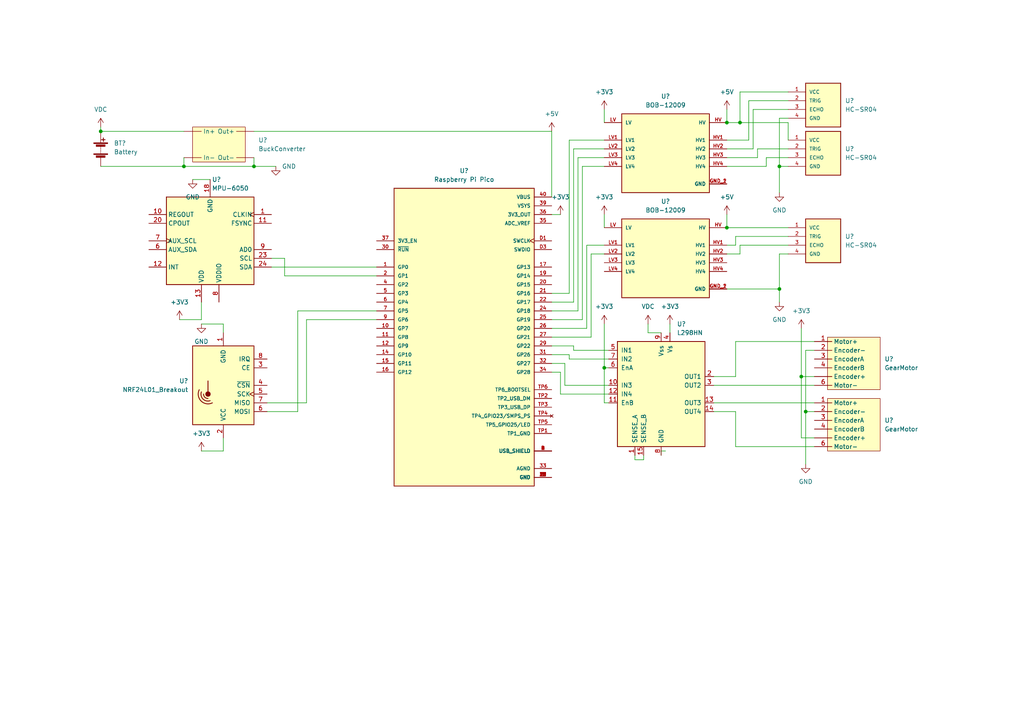
<source format=kicad_sch>
(kicad_sch (version 20211123) (generator eeschema)
  (paper "A4")
  (title_block (title "Segway Robot") (date "2023-09-03") (rev "0") (company "Senior Design") (comment 1 "FOR REFERENCE ONLY") (comment 2 "Author: J. Travis Daniel"))
  (lib_symbols
    (symbol "Device:Battery" (pin_numbers hide) (pin_names (offset 0) hide)
      (property "Reference" "BT" (at 2.54 2.54 0))
      (property "Value" "Battery" (at 2.54 0 0))
      (symbol "Battery_0_1"
        (rectangle (start -2.032 -1.397) (end 2.032 -1.651) (fill (type outline)))
        (rectangle (start -2.032 1.778) (end 2.032 1.524) (fill (type outline)))
        (rectangle (start -1.3208 -1.9812) (end 1.27 -2.4892) (fill (type outline)))
        (rectangle (start -1.3208 1.1938) (end 1.27 0.6858) (fill (type outline)))
        (polyline (pts (xy 0 -1.524) (xy 0 -1.27)))
        (polyline (pts (xy 0 -1.016) (xy 0 -0.762)))
        (polyline (pts (xy 0 -0.508) (xy 0 -0.254)))
        (polyline (pts (xy 0 0) (xy 0 0.254)))
        (polyline (pts (xy 0 0.508) (xy 0 0.762)))
        (polyline (pts (xy 0 1.778) (xy 0 2.54)))
        (polyline (pts (xy 0.254 2.667) (xy 1.27 2.667)) (stroke (width 0.254)))
        (polyline (pts (xy 0.762 3.175) (xy 0.762 2.159)) (stroke (width 0.254)))
      )
      (symbol "Battery_1_1"
        (pin passive line (at 0 5.08 270) (length 2.54) (name "+") (number "1"))
        (pin passive line (at 0 -5.08 90) (length 2.54) (name "-") (number "2"))
      )
    )
    (symbol "Driver_Motor:L298HN" (pin_names (offset 1.016))
      (property "Reference" "U" (at -10.16 16.51 0))
      (property "Value" "L298HN" (at 12.7 16.51 0))
      (symbol "L298HN_0_1"
        (rectangle (start -12.7 15.24) (end 12.7 -15.24) (stroke (width 0.254)) (fill (type background)))
      )
      (symbol "L298HN_1_1"
        (pin power_in line (at -7.62 -17.78 90) (length 2.54) (name "SENSE_A") (number "1"))
        (pin input line (at -15.24 2.54 0) (length 2.54) (name "IN3") (number "10"))
        (pin input line (at -15.24 -2.54 0) (length 2.54) (name "EnB") (number "11"))
        (pin input line (at -15.24 0 0) (length 2.54) (name "IN4") (number "12"))
        (pin output line (at 15.24 -2.54 180) (length 2.54) (name "OUT3") (number "13"))
        (pin output line (at 15.24 -5.08 180) (length 2.54) (name "OUT4") (number "14"))
        (pin power_in line (at -5.08 -17.78 90) (length 2.54) (name "SENSE_B") (number "15"))
        (pin output line (at 15.24 5.08 180) (length 2.54) (name "OUT1") (number "2"))
        (pin output line (at 15.24 2.54 180) (length 2.54) (name "OUT2") (number "3"))
        (pin power_in line (at 2.54 17.78 270) (length 2.54) (name "Vs") (number "4"))
        (pin input line (at -15.24 12.7 0) (length 2.54) (name "IN1") (number "5"))
        (pin input line (at -15.24 7.62 0) (length 2.54) (name "EnA") (number "6"))
        (pin input line (at -15.24 10.16 0) (length 2.54) (name "IN2") (number "7"))
        (pin power_in line (at 0 -17.78 90) (length 2.54) (name "GND") (number "8"))
        (pin power_in line (at 0 17.78 270) (length 2.54) (name "Vss") (number "9"))
      )
    )
    (symbol "HC-SR04:HC-SR04" (pin_names (offset 1.016))
      (property "Reference" "U" (at 0 5.0813 0))
      (property "Value" "HC-SR04" (at 0 -10.163 0))
      (symbol "HC-SR04_0_0"
        (rectangle (start 0 -7.62) (end 10.16 5.08) (stroke (width 0.254)) (fill (type background)))
        (pin power_in line (at -5.08 2.54 0) (length 5.08) (name "VCC") (number "1"))
        (pin bidirectional line (at -5.08 0 0) (length 5.08) (name "TRIG") (number "2"))
        (pin bidirectional line (at -5.08 -2.54 0) (length 5.08) (name "ECHO") (number "3"))
        (pin power_in line (at -5.08 -5.08 0) (length 5.08) (name "GND") (number "4"))
      )
    )
    (symbol "IIC_Logic_Shifter:BOB-12009" (pin_names (offset 1.016))
      (property "Reference" "U" (at -12.7 11.43 0))
      (property "Value" "BOB-12009" (at -12.7 -15.24 0))
      (symbol "BOB-12009_0_0"
        (rectangle (start -12.7 -12.7) (end 12.7 10.16) (stroke (width 0.254)) (fill (type background)))
        (pin power_in line (at 17.78 -10.16 180) (length 5.08) (name "GND") (number "GND_1"))
        (pin power_in line (at 17.78 -10.16 180) (length 5.08) (name "GND") (number "GND_2"))
        (pin bidirectional line (at 17.78 7.62 180) (length 5.08) (name "HV") (number "HV"))
        (pin bidirectional line (at 17.78 2.54 180) (length 5.08) (name "HV1") (number "HV1"))
        (pin bidirectional line (at 17.78 0 180) (length 5.08) (name "HV2") (number "HV2"))
        (pin bidirectional line (at 17.78 -2.54 180) (length 5.08) (name "HV3") (number "HV3"))
        (pin bidirectional line (at 17.78 -5.08 180) (length 5.08) (name "HV4") (number "HV4"))
        (pin bidirectional line (at -17.78 7.62 0) (length 5.08) (name "LV") (number "LV"))
        (pin bidirectional line (at -17.78 2.54 0) (length 5.08) (name "LV1") (number "LV1"))
        (pin bidirectional line (at -17.78 0 0) (length 5.08) (name "LV2") (number "LV2"))
        (pin bidirectional line (at -17.78 -2.54 0) (length 5.08) (name "LV3") (number "LV3"))
        (pin bidirectional line (at -17.78 -5.08 0) (length 5.08) (name "LV4") (number "LV4"))
      )
    )
    (symbol "IIC_Logic_Shifter:BuckConverter"
      (property "Reference" "U" (at 0 0 0))
      (property "Value" "BuckConverter" (at 0 -1.27 0))
      (symbol "BuckConverter_0_1"
        (rectangle (start -7.62 -2.54) (end 7.62 -12.7) (fill (type background)))
      )
      (symbol "BuckConverter_1_1"
        (pin unspecified line (at -10.16 -3.81 0) (length 5.08) (name "In+") (number ""))
        (pin unspecified line (at -10.16 -11.43 0) (length 5.08) (name "In-") (number ""))
        (pin unspecified line (at 10.16 -3.81 180) (length 5.08) (name "Out+") (number ""))
        (pin unspecified line (at 10.16 -11.43 180) (length 5.08) (name "Out-") (number ""))
      )
    )
    (symbol "IIC_Logic_Shifter:GearMotor"
      (property "Reference" "U" (at 0 0 0))
      (property "Value" "GearMotor" (at 0 -2.54 0))
      (symbol "GearMotor_0_1"
        (rectangle (start -7.62 -3.81) (end 7.62 -19.05) (fill (type background)))
      )
      (symbol "GearMotor_1_1"
        (pin unspecified line (at -11.43 -15.24 0) (length 5.08) (name "Encoder+") (number ""))
        (pin unspecified line (at -11.43 -5.08 0) (length 5.08) (name "Motor+") (number "1"))
        (pin unspecified line (at -11.43 -7.62 0) (length 5.08) (name "Encoder-") (number "2"))
        (pin unspecified line (at -11.43 -10.16 0) (length 5.08) (name "EncoderA") (number "3"))
        (pin unspecified line (at -11.43 -12.7 0) (length 5.08) (name "EncoderB") (number "4"))
        (pin unspecified line (at -11.43 -17.78 0) (length 5.08) (name "Motor-") (number "6"))
      )
    )
    (symbol "RF:NRF24L01_Breakout" (pin_names (offset 1.016))
      (property "Reference" "U" (at -8.89 12.7 0))
      (property "Value" "NRF24L01_Breakout" (at 3.81 12.7 0))
      (symbol "NRF24L01_Breakout_0_1"
        (rectangle (start -8.89 11.43) (end 8.89 -11.43) (stroke (width 0.254)) (fill (type background)))
        (polyline (pts (xy 4.445 1.905) (xy 4.445 -1.27)) (stroke (width 0.254)))
        (circle (center 4.445 2.54) (radius 0.635) (stroke (width 0.254)) (fill (type outline)))
        (arc (start 5.715 2.54) (mid 5.3559 3.4509) (end 4.445 3.81) (stroke (width 0.254)))
        (arc (start 6.35 1.905) (mid 5.8833 3.9783) (end 3.81 4.445) (stroke (width 0.254)))
        (arc (start 6.985 1.27) (mid 6.453 4.548) (end 3.175 5.08) (stroke (width 0.254)))
      )
      (symbol "NRF24L01_Breakout_1_1"
        (pin power_in line (at 0 -15.24 90) (length 3.81) (name "GND") (number "1"))
        (pin power_in line (at 0 15.24 270) (length 3.81) (name "VCC") (number "2"))
        (pin input line (at -12.7 -5.08 0) (length 3.81) (name "CE") (number "3"))
        (pin input line (at -12.7 0 0) (length 3.81) (name "~{CSN}") (number "4"))
        (pin input clock (at -12.7 2.54 0) (length 3.81) (name "SCK") (number "5"))
        (pin input line (at -12.7 7.62 0) (length 3.81) (name "MOSI") (number "6"))
        (pin output line (at -12.7 5.08 0) (length 3.81) (name "MISO") (number "7"))
        (pin output line (at -12.7 -7.62 0) (length 3.81) (name "IRQ") (number "8"))
      )
    )
    (symbol "Raspberry_Pi_Pico:SC0915" (pin_names (offset 1.016))
      (property "Reference" "U" (at -20.32 44.069 0))
      (property "Value" "SC0915" (at -20.32 -45.72 0))
      (symbol "SC0915_0_0"
        (rectangle (start -20.32 -43.18) (end 20.32 43.18) (stroke (width 0.254)) (fill (type background)))
        (pin bidirectional line (at -25.4 20.32 0) (length 5.08) (name "GP0") (number "1"))
        (pin bidirectional line (at -25.4 2.54 0) (length 5.08) (name "GP7") (number "10"))
        (pin bidirectional line (at -25.4 0 0) (length 5.08) (name "GP8") (number "11"))
        (pin bidirectional line (at -25.4 -2.54 0) (length 5.08) (name "GP9") (number "12"))
        (pin power_in line (at 25.4 -40.64 180) (length 5.08) (name "GND") (number "13"))
        (pin bidirectional line (at -25.4 -5.08 0) (length 5.08) (name "GP10") (number "14"))
        (pin bidirectional line (at -25.4 -7.62 0) (length 5.08) (name "GP11") (number "15"))
        (pin bidirectional line (at -25.4 -10.16 0) (length 5.08) (name "GP12") (number "16"))
        (pin bidirectional line (at 25.4 20.32 180) (length 5.08) (name "GP13") (number "17"))
        (pin power_in line (at 25.4 -40.64 180) (length 5.08) (name "GND") (number "18"))
        (pin bidirectional line (at 25.4 17.78 180) (length 5.08) (name "GP14") (number "19"))
        (pin bidirectional line (at -25.4 17.78 0) (length 5.08) (name "GP1") (number "2"))
        (pin bidirectional line (at 25.4 15.24 180) (length 5.08) (name "GP15") (number "20"))
        (pin bidirectional line (at 25.4 12.7 180) (length 5.08) (name "GP16") (number "21"))
        (pin bidirectional line (at 25.4 10.16 180) (length 5.08) (name "GP17") (number "22"))
        (pin power_in line (at 25.4 -40.64 180) (length 5.08) (name "GND") (number "23"))
        (pin bidirectional line (at 25.4 7.62 180) (length 5.08) (name "GP18") (number "24"))
        (pin bidirectional line (at 25.4 5.08 180) (length 5.08) (name "GP19") (number "25"))
        (pin bidirectional line (at 25.4 2.54 180) (length 5.08) (name "GP20") (number "26"))
        (pin bidirectional line (at 25.4 0 180) (length 5.08) (name "GP21") (number "27"))
        (pin power_in line (at 25.4 -40.64 180) (length 5.08) (name "GND") (number "28"))
        (pin bidirectional line (at 25.4 -2.54 180) (length 5.08) (name "GP22") (number "29"))
        (pin power_in line (at 25.4 -40.64 180) (length 5.08) (name "GND") (number "3"))
        (pin input line (at -25.4 25.4 0) (length 5.08) (name "~{RUN}") (number "30"))
        (pin bidirectional line (at 25.4 -5.08 180) (length 5.08) (name "GP26") (number "31"))
        (pin bidirectional line (at 25.4 -7.62 180) (length 5.08) (name "GP27") (number "32"))
        (pin power_in line (at 25.4 -38.1 180) (length 5.08) (name "AGND") (number "33"))
        (pin bidirectional line (at 25.4 -10.16 180) (length 5.08) (name "GP28") (number "34"))
        (pin power_in line (at 25.4 33.02 180) (length 5.08) (name "ADC_VREF") (number "35"))
        (pin power_in line (at 25.4 35.56 180) (length 5.08) (name "3V3_OUT") (number "36"))
        (pin input line (at -25.4 27.94 0) (length 5.08) (name "3V3_EN") (number "37"))
        (pin power_in line (at 25.4 -40.64 180) (length 5.08) (name "GND") (number "38"))
        (pin power_in line (at 25.4 38.1 180) (length 5.08) (name "VSYS") (number "39"))
        (pin bidirectional line (at -25.4 15.24 0) (length 5.08) (name "GP2") (number "4"))
        (pin power_in line (at 25.4 40.64 180) (length 5.08) (name "VBUS") (number "40"))
        (pin bidirectional line (at -25.4 12.7 0) (length 5.08) (name "GP3") (number "5"))
        (pin bidirectional line (at -25.4 10.16 0) (length 5.08) (name "GP4") (number "6"))
        (pin bidirectional line (at -25.4 7.62 0) (length 5.08) (name "GP5") (number "7"))
        (pin power_in line (at 25.4 -40.64 180) (length 5.08) (name "GND") (number "8"))
        (pin bidirectional line (at -25.4 5.08 0) (length 5.08) (name "GP6") (number "9"))
        (pin power_in line (at 25.4 -33.02 180) (length 5.08) (name "USB_SHIELD") (number "A"))
        (pin power_in line (at 25.4 -33.02 180) (length 5.08) (name "USB_SHIELD") (number "B"))
        (pin power_in line (at 25.4 -33.02 180) (length 5.08) (name "USB_SHIELD") (number "C"))
        (pin power_in line (at 25.4 -33.02 180) (length 5.08) (name "USB_SHIELD") (number "D"))
        (pin input clock (at 25.4 27.94 180) (length 5.08) (name "SWCLK") (number "D1"))
        (pin power_in line (at 25.4 -40.64 180) (length 5.08) (name "GND") (number "D2"))
        (pin bidirectional line (at 25.4 25.4 180) (length 5.08) (name "SWDIO") (number "D3"))
        (pin power_in line (at 25.4 -27.94 180) (length 5.08) (name "TP1_GND") (number "TP1"))
        (pin bidirectional line (at 25.4 -17.78 180) (length 5.08) (name "TP2_USB_DM") (number "TP2"))
        (pin bidirectional line (at 25.4 -20.32 180) (length 5.08) (name "TP3_USB_DP") (number "TP3"))
        (pin no_connect line (at 25.4 -22.86 180) (length 5.08) (name "TP4_GPIO23/SMPS_PS") (number "TP4"))
        (pin output line (at 25.4 -25.4 180) (length 5.08) (name "TP5_GPIO25/LED") (number "TP5"))
        (pin input line (at 25.4 -15.24 180) (length 5.08) (name "TP6_BOOTSEL") (number "TP6"))
      )
    )
    (symbol "Sensor_Motion:MPU-6050"
      (property "Reference" "U" (at -11.43 13.97 0))
      (property "Value" "MPU-6050" (at 7.62 -13.97 0))
      (symbol "MPU-6050_0_1"
        (rectangle (start -12.7 12.7) (end 12.7 -12.7) (stroke (width 0.254)) (fill (type background)))
      )
      (symbol "MPU-6050_1_1"
        (pin input clock (at -17.78 -7.62 0) (length 5.08) (name "CLKIN") (number "1"))
        (pin passive line (at 17.78 -7.62 180) (length 5.08) (name "REGOUT") (number "10"))
        (pin input line (at -17.78 -5.08 0) (length 5.08) (name "FSYNC") (number "11"))
        (pin output line (at 17.78 7.62 180) (length 5.08) (name "INT") (number "12"))
        (pin power_in line (at 2.54 17.78 270) (length 5.08) (name "VDD") (number "13"))
        (pin power_in line (at 0 -17.78 90) (length 5.08) (name "GND") (number "18"))
        (pin passive line (at 17.78 -5.08 180) (length 5.08) (name "CPOUT") (number "20"))
        (pin input line (at -17.78 5.08 0) (length 5.08) (name "SCL") (number "23"))
        (pin bidirectional line (at -17.78 7.62 0) (length 5.08) (name "SDA") (number "24"))
        (pin bidirectional line (at 17.78 2.54 180) (length 5.08) (name "AUX_SDA") (number "6"))
        (pin output clock (at 17.78 0 180) (length 5.08) (name "AUX_SCL") (number "7"))
        (pin power_in line (at -2.54 17.78 270) (length 5.08) (name "VDDIO") (number "8"))
        (pin input line (at -17.78 2.54 0) (length 5.08) (name "AD0") (number "9"))
      )
    )
    (symbol "power:+3.3V" (power) (pin_names (offset 0))
      (property "Value" "+3.3V" (at 0 3.556 0))
      (symbol "+3.3V_0_1"
        (polyline (pts (xy -0.762 1.27) (xy 0 2.54)))
        (polyline (pts (xy 0 0) (xy 0 2.54)))
        (polyline (pts (xy 0 2.54) (xy 0.762 1.27)))
      )
      (symbol "+3.3V_1_1"
        (pin power_in line (at 0 0 90) (length 0) hide (name "+3V3") (number "1"))
      )
    )
    (symbol "power:+5V" (power) (pin_names (offset 0))
      (property "Value" "+5V" (at 0 3.556 0))
      (symbol "+5V_0_1"
        (polyline (pts (xy -0.762 1.27) (xy 0 2.54)))
        (polyline (pts (xy 0 0) (xy 0 2.54)))
        (polyline (pts (xy 0 2.54) (xy 0.762 1.27)))
      )
      (symbol "+5V_1_1"
        (pin power_in line (at 0 0 90) (length 0) hide (name "+5V") (number "1"))
      )
    )
    (symbol "power:GND" (power) (pin_names (offset 0))
      (property "Value" "GND" (at 0 -3.81 0))
      (symbol "GND_0_1"
        (polyline (pts (xy 0 0) (xy 0 -1.27) (xy 1.27 -1.27) (xy 0 -2.54) (xy -1.27 -1.27) (xy 0 -1.27)))
      )
      (symbol "GND_1_1"
        (pin power_in line (at 0 0 270) (length 0) hide (name "GND") (number "1"))
      )
    )
    (symbol "power:VDC" (power) (pin_names (offset 0))
      (property "Value" "VDC" (at 0 6.35 0))
      (symbol "VDC_0_1"
        (polyline (pts (xy -0.762 1.27) (xy 0 2.54)))
        (polyline (pts (xy 0 0) (xy 0 2.54)))
        (polyline (pts (xy 0 2.54) (xy 0.762 1.27)))
      )
      (symbol "VDC_1_1"
        (pin power_in line (at 0 0 90) (length 0) hide (name "VDC") (number "1"))
      )
    )
  )
  (junction (at 226.06 83.82))
  (junction (at 232.41 109.22))
  (junction (at 214.63 35.56))
  (junction (at 29.21 38.1))
  (junction (at 233.68 119.38))
  (junction (at 53.34 48.26))
  (junction (at 210.82 35.56))
  (junction (at 73.66 48.26))
  (junction (at 226.06 48.26))
  (junction (at 210.82 66.04))
  (junction (at 175.26 106.68))
  (wire (pts (xy 228.6 71.12) (xy 214.63 71.12)))
  (wire (pts (xy 232.41 109.22) (xy 232.41 127)))
  (wire (pts (xy 210.82 66.04) (xy 228.6 66.04)))
  (wire (pts (xy 160.02 62.23) (xy 162.56 62.23)))
  (wire (pts (xy 165.1 102.87) (xy 160.02 102.87)))
  (wire (pts (xy 207.01 111.76) (xy 236.22 111.76)))
  (wire (pts (xy 214.63 71.12) (xy 214.63 73.66)))
  (wire (pts (xy 175.26 71.12) (xy 170.18 71.12)))
  (wire (pts (xy 160.02 38.1) (xy 160.02 57.15)))
  (wire (pts (xy 186.69 132.08) (xy 186.69 133.35)))
  (wire (pts (xy 53.34 48.26) (xy 53.34 45.72)))
  (wire (pts (xy 213.36 68.58) (xy 213.36 71.12)))
  (wire (pts (xy 175.26 43.18) (xy 166.37 43.18)))
  (wire (pts (xy 233.68 119.38) (xy 233.68 134.62)))
  (wire (pts (xy 167.64 90.17) (xy 160.02 90.17)))
  (wire (pts (xy 162.56 114.3) (xy 162.56 107.95)))
  (wire (pts (xy 219.71 45.72) (xy 210.82 45.72)))
  (wire (pts (xy 207.01 109.22) (xy 213.36 109.22)))
  (wire (pts (xy 228.6 48.26) (xy 226.06 48.26)))
  (wire (pts (xy 219.71 43.18) (xy 219.71 45.72)))
  (wire (pts (xy 228.6 29.21) (xy 217.17 29.21)))
  (wire (pts (xy 214.63 73.66) (xy 210.82 73.66)))
  (wire (pts (xy 171.45 97.79) (xy 160.02 97.79)))
  (wire (pts (xy 228.6 43.18) (xy 219.71 43.18)))
  (wire (pts (xy 207.01 119.38) (xy 213.36 119.38)))
  (wire (pts (xy 187.96 96.52) (xy 191.77 96.52)))
  (wire (pts (xy 73.66 38.1) (xy 160.02 38.1)))
  (wire (pts (xy 78.74 77.47) (xy 109.22 77.47)))
  (wire (pts (xy 228.6 45.72) (xy 222.25 45.72)))
  (wire (pts (xy 226.06 34.29) (xy 226.06 48.26)))
  (wire (pts (xy 170.18 95.25) (xy 160.02 95.25)))
  (wire (pts (xy 213.36 99.06) (xy 236.22 99.06)))
  (wire (pts (xy 175.26 116.84) (xy 176.53 116.84)))
  (wire (pts (xy 226.06 48.26) (xy 226.06 55.88)))
  (wire (pts (xy 218.44 43.18) (xy 210.82 43.18)))
  (wire (pts (xy 236.22 101.6) (xy 233.68 101.6)))
  (wire (pts (xy 88.9 116.84) (xy 88.9 92.71)))
  (wire (pts (xy 78.74 74.93) (xy 82.55 74.93)))
  (wire (pts (xy 228.6 40.64) (xy 228.6 35.56)))
  (wire (pts (xy 162.56 107.95) (xy 160.02 107.95)))
  (wire (pts (xy 175.26 106.68) (xy 175.26 116.84)))
  (wire (pts (xy 187.96 93.98) (xy 187.96 96.52)))
  (wire (pts (xy 214.63 35.56) (xy 228.6 35.56)))
  (wire (pts (xy 170.18 71.12) (xy 170.18 95.25)))
  (wire (pts (xy 163.83 111.76) (xy 163.83 105.41)))
  (wire (pts (xy 193.04 130.81) (xy 191.77 130.81)))
  (wire (pts (xy 175.26 48.26) (xy 168.91 48.26)))
  (wire (pts (xy 58.42 92.71) (xy 52.07 92.71)))
  (wire (pts (xy 168.91 92.71) (xy 160.02 92.71)))
  (wire (pts (xy 29.21 38.1) (xy 53.34 38.1)))
  (wire (pts (xy 236.22 127) (xy 232.41 127)))
  (wire (pts (xy 213.36 109.22) (xy 213.36 99.06)))
  (wire (pts (xy 86.36 90.17) (xy 109.22 90.17)))
  (wire (pts (xy 210.82 35.56) (xy 214.63 35.56)))
  (wire (pts (xy 29.21 36.83) (xy 29.21 38.1)))
  (wire (pts (xy 73.66 48.26) (xy 80.01 48.26)))
  (wire (pts (xy 82.55 74.93) (xy 82.55 80.01)))
  (wire (pts (xy 166.37 87.63) (xy 160.02 87.63)))
  (wire (pts (xy 222.25 45.72) (xy 222.25 48.26)))
  (wire (pts (xy 88.9 92.71) (xy 109.22 92.71)))
  (wire (pts (xy 213.36 119.38) (xy 213.36 129.54)))
  (wire (pts (xy 64.77 130.81) (xy 64.77 127)))
  (wire (pts (xy 171.45 73.66) (xy 171.45 97.79)))
  (wire (pts (xy 210.82 31.75) (xy 210.82 35.56)))
  (wire (pts (xy 186.69 133.35) (xy 184.15 133.35)))
  (wire (pts (xy 228.6 34.29) (xy 226.06 34.29)))
  (wire (pts (xy 175.26 45.72) (xy 167.64 45.72)))
  (wire (pts (xy 228.6 31.75) (xy 218.44 31.75)))
  (wire (pts (xy 210.82 62.23) (xy 210.82 66.04)))
  (wire (pts (xy 214.63 26.67) (xy 214.63 35.56)))
  (wire (pts (xy 176.53 104.14) (xy 165.1 104.14)))
  (wire (pts (xy 166.37 43.18) (xy 166.37 87.63)))
  (wire (pts (xy 165.1 85.09) (xy 160.02 85.09)))
  (wire (pts (xy 210.82 83.82) (xy 226.06 83.82)))
  (wire (pts (xy 86.36 119.38) (xy 86.36 90.17)))
  (wire (pts (xy 55.88 52.07) (xy 60.96 52.07)))
  (wire (pts (xy 73.66 45.72) (xy 73.66 48.26)))
  (wire (pts (xy 168.91 48.26) (xy 168.91 92.71)))
  (wire (pts (xy 207.01 116.84) (xy 236.22 116.84)))
  (wire (pts (xy 176.53 106.68) (xy 175.26 106.68)))
  (wire (pts (xy 228.6 73.66) (xy 226.06 73.66)))
  (wire (pts (xy 64.77 93.98) (xy 64.77 96.52)))
  (wire (pts (xy 166.37 100.33) (xy 160.02 100.33)))
  (wire (pts (xy 58.42 93.98) (xy 64.77 93.98)))
  (wire (pts (xy 29.21 48.26) (xy 53.34 48.26)))
  (wire (pts (xy 184.15 133.35) (xy 184.15 132.08)))
  (wire (pts (xy 217.17 40.64) (xy 210.82 40.64)))
  (wire (pts (xy 175.26 31.75) (xy 175.26 35.56)))
  (wire (pts (xy 194.31 93.98) (xy 194.31 96.52)))
  (wire (pts (xy 167.64 45.72) (xy 167.64 90.17)))
  (wire (pts (xy 226.06 83.82) (xy 226.06 87.63)))
  (wire (pts (xy 217.17 29.21) (xy 217.17 40.64)))
  (wire (pts (xy 213.36 129.54) (xy 236.22 129.54)))
  (wire (pts (xy 191.77 130.81) (xy 191.77 132.08)))
  (wire (pts (xy 58.42 87.63) (xy 58.42 92.71)))
  (wire (pts (xy 175.26 40.64) (xy 165.1 40.64)))
  (wire (pts (xy 165.1 104.14) (xy 165.1 102.87)))
  (wire (pts (xy 210.82 48.26) (xy 222.25 48.26)))
  (wire (pts (xy 73.66 48.26) (xy 53.34 48.26)))
  (wire (pts (xy 165.1 40.64) (xy 165.1 85.09)))
  (wire (pts (xy 233.68 101.6) (xy 233.68 119.38)))
  (wire (pts (xy 176.53 114.3) (xy 162.56 114.3)))
  (wire (pts (xy 163.83 105.41) (xy 160.02 105.41)))
  (wire (pts (xy 232.41 109.22) (xy 236.22 109.22)))
  (wire (pts (xy 228.6 68.58) (xy 213.36 68.58)))
  (wire (pts (xy 82.55 80.01) (xy 109.22 80.01)))
  (wire (pts (xy 77.47 116.84) (xy 88.9 116.84)))
  (wire (pts (xy 228.6 26.67) (xy 214.63 26.67)))
  (wire (pts (xy 226.06 73.66) (xy 226.06 83.82)))
  (wire (pts (xy 176.53 101.6) (xy 166.37 101.6)))
  (wire (pts (xy 213.36 71.12) (xy 210.82 71.12)))
  (wire (pts (xy 218.44 31.75) (xy 218.44 43.18)))
  (wire (pts (xy 233.68 119.38) (xy 236.22 119.38)))
  (wire (pts (xy 175.26 73.66) (xy 171.45 73.66)))
  (wire (pts (xy 232.41 95.25) (xy 232.41 109.22)))
  (wire (pts (xy 175.26 93.98) (xy 175.26 106.68)))
  (wire (pts (xy 176.53 111.76) (xy 163.83 111.76)))
  (wire (pts (xy 58.42 130.81) (xy 64.77 130.81)))
  (wire (pts (xy 166.37 101.6) (xy 166.37 100.33)))
  (wire (pts (xy 77.47 119.38) (xy 86.36 119.38)))
  (wire (pts (xy 175.26 62.23) (xy 175.26 66.04)))
  (symbol (lib_id "power:GND") (at 233.68 134.62 0) (unit 1)
    (property "Reference" "#PWR?" (effects hide))
    (property "Value" "GND" (at 233.68 139.7 0))
  )
  (symbol (lib_id "power:GND") (at 58.42 93.98 0) (unit 1)
    (property "Reference" "#PWR?" (effects hide))
    (property "Value" "GND" (at 58.42 99.06 0))
  )
  (symbol (lib_id "IIC_Logic_Shifter:BOB-12009") (at 193.04 73.66 0) (unit 1)
    (property "Reference" "U?" (at 193.04 58.42 0))
    (property "Value" "BOB-12009" (at 193.04 60.96 0))
    (property "Footprint" "BOB-12009:CONV_BOB-12009" (effects hide))
    (property "MF" "SparkFun" (effects hide))
    (property "MAXIMUM_PACKAGE_HEIGHT" "N/A" (effects hide))
    (property "Package" "None" (effects hide))
    (property "Price" "None" (effects hide))
    (property "Check_prices" "https://www.snapeda.com/parts/BOB-12009/SparkFun+Electronics/view-part/?ref=eda" (effects hide))
    (property "STANDARD" "Manufacturer Recommendations" (effects hide))
    (property "PARTREV" "01" (effects hide))
    (property "SnapEDA_Link" "https://www.snapeda.com/parts/BOB-12009/SparkFun+Electronics/view-part/?ref=snap" (effects hide))
    (property "MP" "BOB-12009" (effects hide))
    (property "Purchase-URL" "https://www.snapeda.com/api/url_track_click_mouser/?unipart_id=551764&manufacturer=SparkFun&part_name=BOB-12009&search_term=None" (effects hide))
    (property "Description" "\nBSS138 Logic-Level Translator Interface Evaluation Board\n" (effects hide))
    (property "Availability" "In Stock" (effects hide))
    (property "MANUFACTURER" "SparkFun Electronics" (effects hide))
  )
  (symbol (lib_id "power:+3.3V") (at 175.26 31.75 0) (unit 1)
    (property "Reference" "#PWR?" (effects hide))
    (property "Value" "+3.3V" (at 175.26 26.67 0))
  )
  (symbol (lib_id "IIC_Logic_Shifter:GearMotor") (at 247.65 93.98 0) (unit 1)
    (property "Reference" "U?" (at 256.54 104.1399 0) (effects (justify left)))
    (property "Value" "GearMotor" (at 256.54 106.6799 0) (effects (justify left)))
  )
  (symbol (lib_id "power:+3.3V") (at 232.41 95.25 0) (unit 1)
    (property "Reference" "#PWR?" (effects hide))
    (property "Value" "+3.3V" (at 232.41 90.17 0))
  )
  (symbol (lib_id "power:+3.3V") (at 175.26 62.23 0) (unit 1)
    (property "Reference" "#PWR?" (effects hide))
    (property "Value" "+3.3V" (at 175.26 57.15 0))
  )
  (symbol (lib_id "power:GND") (at 55.88 52.07 0) (unit 1)
    (property "Reference" "#PWR?" (effects hide))
    (property "Value" "GND" (at 55.88 57.15 0))
  )
  (symbol (lib_id "power:VDC") (at 29.21 36.83 0) (unit 1)
    (property "Reference" "#PWR?" (effects hide))
    (property "Value" "VDC" (at 29.21 31.75 0))
  )
  (symbol (lib_id "Driver_Motor:L298HN") (at 191.77 114.3 0) (unit 1)
    (property "Reference" "U?" (at 196.3294 93.98 0) (effects (justify left)))
    (property "Value" "L298HN" (at 196.3294 96.52 0) (effects (justify left)))
    (property "Footprint" "Package_TO_SOT_THT:TO-220-15_P2.54x2.54mm_StaggerOdd_Lead4.58mm_Vertical" (effects hide))
    (property "Datasheet" "http://www.st.com/st-web-ui/static/active/en/resource/technical/document/datasheet/CD00000240.pdf" (effects hide))
  )
  (symbol (lib_id "Raspberry_Pi_Pico:SC0915") (at 134.62 97.79 0) (unit 1)
    (property "Reference" "U?" (at 134.62 49.53 0))
    (property "Value" "Raspberry Pi Pico" (at 134.62 52.07 0))
    (property "Footprint" "SC0915:MODULE_SC0915" (effects hide))
    (property "MF" "Raspberry Pi" (effects hide))
    (property "Description" "\nRaspberry Pi Pico Embedded Dev Module | Raspberry Pi SC0915\n" (effects hide))
    (property "Package" "None" (effects hide))
    (property "Price" "None" (effects hide))
    (property "Check_prices" "https://www.snapeda.com/parts/SC0915/Raspberry+Pi/view-part/?ref=eda" (effects hide))
    (property "STANDARD" "Manufacturer Recommendations" (effects hide))
    (property "PARTREV" "1.9" (effects hide))
    (property "SnapEDA_Link" "https://www.snapeda.com/parts/SC0915/Raspberry+Pi/view-part/?ref=snap" (effects hide))
    (property "MP" "SC0915" (effects hide))
    (property "Purchase-URL" "https://www.snapeda.com/api/url_track_click_mouser/?unipart_id=6331605&manufacturer=Raspberry Pi&part_name=SC0915&search_term=None" (effects hide))
    (property "MANUFACTURER" "Pi Supply" (effects hide))
    (property "Availability" "In Stock" (effects hide))
    (property "SNAPEDA_PN" "SC0915" (effects hide))
  )
  (symbol (lib_id "power:GND") (at 80.01 48.26 0) (unit 1)
    (property "Reference" "#PWR?" (effects hide))
    (property "Value" "GND" (at 83.82 48.26 0))
  )
  (symbol (lib_id "power:GND") (at 226.06 55.88 0) (unit 1)
    (property "Reference" "#PWR?" (effects hide))
    (property "Value" "GND" (at 226.06 60.96 0))
  )
  (symbol (lib_id "power:+5V") (at 210.82 62.23 0) (unit 1)
    (property "Reference" "#PWR?" (effects hide))
    (property "Value" "+5V" (at 210.82 57.15 0))
  )
  (symbol (lib_id "IIC_Logic_Shifter:BuckConverter") (at 63.5 34.29 0) (unit 1)
    (property "Reference" "U?" (at 74.93 40.6399 0) (effects (justify left)))
    (property "Value" "BuckConverter" (at 74.93 43.1799 0) (effects (justify left)))
  )
  (symbol (lib_id "power:+5V") (at 210.82 31.75 0) (unit 1)
    (property "Reference" "#PWR?" (effects hide))
    (property "Value" "+5V" (at 210.82 26.67 0))
  )
  (symbol (lib_id "HC-SR04:HC-SR04") (at 233.68 29.21 0) (unit 1)
    (property "Reference" "U?" (at 245.11 29.2099 0) (effects (justify left)))
    (property "Value" "HC-SR04" (at 245.11 31.7499 0) (effects (justify left)))
    (property "Footprint" "HC-SR04:XCVR_HC-SR04" (effects hide))
    (property "MF" "SparkFun Electronics" (effects hide))
    (property "Description" "\nHC-SR04 Ultrasonic Sensor Qwiic Platform Evaluation Expansion Board\n" (effects hide))
    (property "Package" "None" (effects hide))
    (property "Price" "None" (effects hide))
    (property "Check_prices" "https://www.snapeda.com/parts/HC-SR04/SparkFun+Electronics/view-part/?ref=eda" (effects hide))
    (property "SnapEDA_Link" "https://www.snapeda.com/parts/HC-SR04/SparkFun+Electronics/view-part/?ref=snap" (effects hide))
    (property "MP" "HC-SR04" (effects hide))
    (property "Availability" "Not in stock" (effects hide))
    (property "MANUFACTURER" "Osepp" (effects hide))
  )
  (symbol (lib_id "power:+3.3V") (at 58.42 130.81 0) (unit 1)
    (property "Reference" "#PWR?" (effects hide))
    (property "Value" "+3.3V" (at 58.42 125.73 0))
  )
  (symbol (lib_id "power:+3.3V") (at 175.26 93.98 0) (unit 1)
    (property "Reference" "#PWR?" (effects hide))
    (property "Value" "+3.3V" (at 175.26 88.9 0))
  )
  (symbol (lib_id "IIC_Logic_Shifter:BOB-12009") (at 193.04 43.18 0) (unit 1)
    (property "Reference" "U?" (at 193.04 27.94 0))
    (property "Value" "BOB-12009" (at 193.04 30.48 0))
    (property "Footprint" "BOB-12009:CONV_BOB-12009" (effects hide))
    (property "MF" "SparkFun" (effects hide))
    (property "MAXIMUM_PACKAGE_HEIGHT" "N/A" (effects hide))
    (property "Package" "None" (effects hide))
    (property "Price" "None" (effects hide))
    (property "Check_prices" "https://www.snapeda.com/parts/BOB-12009/SparkFun+Electronics/view-part/?ref=eda" (effects hide))
    (property "STANDARD" "Manufacturer Recommendations" (effects hide))
    (property "PARTREV" "01" (effects hide))
    (property "SnapEDA_Link" "https://www.snapeda.com/parts/BOB-12009/SparkFun+Electronics/view-part/?ref=snap" (effects hide))
    (property "MP" "BOB-12009" (effects hide))
    (property "Purchase-URL" "https://www.snapeda.com/api/url_track_click_mouser/?unipart_id=551764&manufacturer=SparkFun&part_name=BOB-12009&search_term=None" (effects hide))
    (property "Description" "\nBSS138 Logic-Level Translator Interface Evaluation Board\n" (effects hide))
    (property "Availability" "In Stock" (effects hide))
    (property "MANUFACTURER" "SparkFun Electronics" (effects hide))
  )
  (symbol (lib_id "power:GND") (at 226.06 87.63 0) (unit 1)
    (property "Reference" "#PWR?" (effects hide))
    (property "Value" "GND" (at 226.06 92.71 0))
  )
  (symbol (lib_id "RF:NRF24L01_Breakout") (at 64.77 111.76 180) (unit 1)
    (property "Reference" "U?" (at 54.61 110.4899 0) (effects (justify left)))
    (property "Value" "NRF24L01_Breakout" (at 54.61 113.0299 0) (effects (justify left)))
    (property "Footprint" "RF_Module:nRF24L01_Breakout" (effects hide))
    (property "Datasheet" "http://www.nordicsemi.com/eng/content/download/2730/34105/file/nRF24L01_Product_Specification_v2_0.pdf" (effects hide))
  )
  (symbol (lib_id "HC-SR04:HC-SR04") (at 233.68 68.58 0) (unit 1)
    (property "Reference" "U?" (at 245.11 68.5799 0) (effects (justify left)))
    (property "Value" "HC-SR04" (at 245.11 71.1199 0) (effects (justify left)))
    (property "Footprint" "HC-SR04:XCVR_HC-SR04" (effects hide))
    (property "MF" "SparkFun Electronics" (effects hide))
    (property "Description" "\nHC-SR04 Ultrasonic Sensor Qwiic Platform Evaluation Expansion Board\n" (effects hide))
    (property "Package" "None" (effects hide))
    (property "Price" "None" (effects hide))
    (property "Check_prices" "https://www.snapeda.com/parts/HC-SR04/SparkFun+Electronics/view-part/?ref=eda" (effects hide))
    (property "SnapEDA_Link" "https://www.snapeda.com/parts/HC-SR04/SparkFun+Electronics/view-part/?ref=snap" (effects hide))
    (property "MP" "HC-SR04" (effects hide))
    (property "Availability" "Not in stock" (effects hide))
    (property "MANUFACTURER" "Osepp" (effects hide))
  )
  (symbol (lib_id "IIC_Logic_Shifter:GearMotor") (at 247.65 111.76 0) (unit 1)
    (property "Reference" "U?" (at 256.54 121.9199 0) (effects (justify left)))
    (property "Value" "GearMotor" (at 256.54 124.4599 0) (effects (justify left)))
  )
  (symbol (lib_id "Sensor_Motion:MPU-6050") (at 60.96 69.85 180) (unit 1)
    (property "Reference" "U?" (at 61.4806 52.07 0) (effects (justify right)))
    (property "Value" "MPU-6050" (at 61.4806 54.61 0) (effects (justify right)))
    (property "Footprint" "Sensor_Motion:InvenSense_QFN-24_4x4mm_P0.5mm" (effects hide))
    (property "Datasheet" "https://store.invensense.com/datasheets/invensense/MPU-6050_DataSheet_V3%204.pdf" (effects hide))
  )
  (symbol (lib_id "power:VDC") (at 187.96 93.98 0) (unit 1)
    (property "Reference" "#PWR?" (effects hide))
    (property "Value" "VDC" (at 187.96 88.9 0))
  )
  (symbol (lib_id "Device:Battery") (at 29.21 43.18 0) (unit 1)
    (property "Reference" "BT?" (at 33.02 41.5289 0) (effects (justify left)))
    (property "Value" "Battery" (at 33.02 44.0689 0) (effects (justify left)))
  )
  (symbol (lib_id "power:+5V") (at 160.02 38.1 0) (unit 1)
    (property "Reference" "#PWR?" (effects hide))
    (property "Value" "+5V" (at 160.02 33.02 0))
  )
  (symbol (lib_id "power:+3.3V") (at 52.07 92.71 0) (unit 1)
    (property "Reference" "#PWR?" (effects hide))
    (property "Value" "+3.3V" (at 52.07 87.63 0))
  )
  (symbol (lib_id "HC-SR04:HC-SR04") (at 233.68 43.18 0) (unit 1)
    (property "Reference" "U?" (at 245.11 43.1799 0) (effects (justify left)))
    (property "Value" "HC-SR04" (at 245.11 45.7199 0) (effects (justify left)))
    (property "Footprint" "HC-SR04:XCVR_HC-SR04" (effects hide))
    (property "MF" "SparkFun Electronics" (effects hide))
    (property "Description" "\nHC-SR04 Ultrasonic Sensor Qwiic Platform Evaluation Expansion Board\n" (effects hide))
    (property "Package" "None" (effects hide))
    (property "Price" "None" (effects hide))
    (property "Check_prices" "https://www.snapeda.com/parts/HC-SR04/SparkFun+Electronics/view-part/?ref=eda" (effects hide))
    (property "SnapEDA_Link" "https://www.snapeda.com/parts/HC-SR04/SparkFun+Electronics/view-part/?ref=snap" (effects hide))
    (property "MP" "HC-SR04" (effects hide))
    (property "Availability" "Not in stock" (effects hide))
    (property "MANUFACTURER" "Osepp" (effects hide))
  )
  (symbol (lib_id "power:+3.3V") (at 162.56 62.23 0) (unit 1)
    (property "Reference" "#PWR?" (effects hide))
    (property "Value" "+3.3V" (at 162.56 57.15 0))
  )
  (symbol (lib_id "power:+3.3V") (at 194.31 93.98 0) (unit 1)
    (property "Reference" "#PWR?" (effects hide))
    (property "Value" "+3.3V" (at 194.31 88.9 0))
  )
)
</source>
